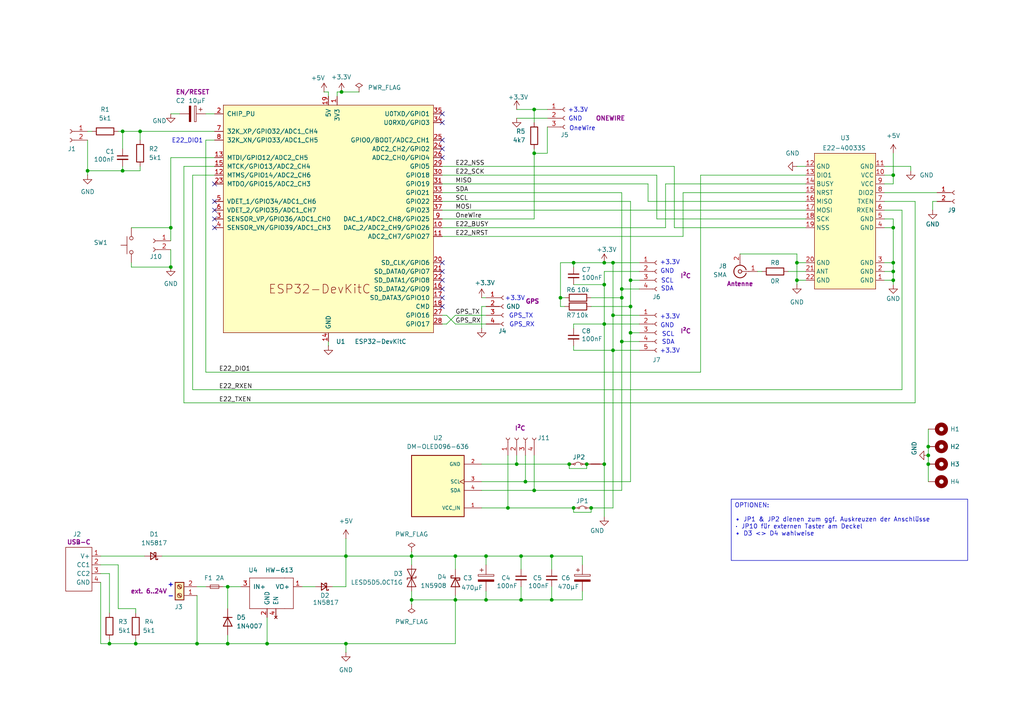
<source format=kicad_sch>
(kicad_sch (version 20231120) (generator "eeschema") (generator_version "8.0")
  (paper "A4")
  (title_block (title "ESP32 - E22 Board") (date "2024-11-05") (rev "V2.1.2") (company "OE3WAS"))
  (lib_symbols
    (symbol "Connector:Conn_01x02_Socket" (pin_names (offset 1.016) hide)
      (property "Reference" "J" (at 0 2.54 0))
      (property "Value" "Conn_01x02_Socket" (at 0 -5.08 0))
      (symbol "Conn_01x02_Socket_1_1"
        (pin passive line (at -5.08 0 0) (length 3.81) (name "Pin_1") (number "1"))
        (pin passive line (at -5.08 -2.54 0) (length 3.81) (name "Pin_2") (number "2"))
      )
    )
    (symbol "Connector:Conn_01x03_Socket" (pin_names (offset 1.016) hide)
      (property "Reference" "J" (at 0 5.08 0))
      (property "Value" "Conn_01x03_Socket" (at 0 -5.08 0))
      (symbol "Conn_01x03_Socket_1_1"
        (pin passive line (at -5.08 2.54 0) (length 3.81) (name "Pin_1") (number "1"))
        (pin passive line (at -5.08 0 0) (length 3.81) (name "Pin_2") (number "2"))
        (pin passive line (at -5.08 -2.54 0) (length 3.81) (name "Pin_3") (number "3"))
      )
    )
    (symbol "Connector:Conn_01x04_Socket" (pin_names (offset 1.016) hide)
      (property "Reference" "J" (at 0 5.08 0))
      (property "Value" "Conn_01x04_Socket" (at 0 -7.62 0))
      (symbol "Conn_01x04_Socket_1_1"
        (pin passive line (at -5.08 2.54 0) (length 3.81) (name "Pin_1") (number "1"))
        (pin passive line (at -5.08 0 0) (length 3.81) (name "Pin_2") (number "2"))
        (pin passive line (at -5.08 -2.54 0) (length 3.81) (name "Pin_3") (number "3"))
        (pin passive line (at -5.08 -5.08 0) (length 3.81) (name "Pin_4") (number "4"))
      )
    )
    (symbol "Connector:Conn_01x05_Socket" (pin_names (offset 1.016) hide)
      (property "Reference" "J" (at 0 7.62 0))
      (property "Value" "Conn_01x05_Socket" (at 0 -7.62 0))
      (symbol "Conn_01x05_Socket_1_1"
        (pin passive line (at -5.08 5.08 0) (length 3.81) (name "Pin_1") (number "1"))
        (pin passive line (at -5.08 2.54 0) (length 3.81) (name "Pin_2") (number "2"))
        (pin passive line (at -5.08 0 0) (length 3.81) (name "Pin_3") (number "3"))
        (pin passive line (at -5.08 -2.54 0) (length 3.81) (name "Pin_4") (number "4"))
        (pin passive line (at -5.08 -5.08 0) (length 3.81) (name "Pin_5") (number "5"))
      )
    )
    (symbol "Connector:Conn_Coaxial" (pin_names (offset 1.016) hide)
      (property "Reference" "J" (at 0.254 3.048 0))
      (property "Value" "Conn_Coaxial" (at 2.921 0 90))
      (symbol "Conn_Coaxial_1_1"
        (pin passive line (at -5.08 0 0) (length 2.54) (name "In") (number "1"))
        (pin passive line (at 0 -5.08 90) (length 2.54) (name "Ext") (number "2"))
      )
    )
    (symbol "Connector:Screw_Terminal_01x02" (pin_names (offset 1.016) hide)
      (property "Reference" "J" (at 0 2.54 0))
      (property "Value" "Screw_Terminal_01x02" (at 0 -5.08 0))
      (symbol "Screw_Terminal_01x02_1_1"
        (pin passive line (at -5.08 0 0) (length 3.81) (name "Pin_1") (number "1"))
        (pin passive line (at -5.08 -2.54 0) (length 3.81) (name "Pin_2") (number "2"))
      )
    )
    (symbol "DM-OLED096-636:DM-OLED096-636" (pin_names (offset 1.016))
      (property "Reference" "U" (at -7.62 10.922 0))
      (property "Value" "DM-OLED096-636" (at -7.62 -10.16 0))
      (symbol "DM-OLED096-636_0_0"
        (pin input clock (at 12.7 2.54 180) (length 5.08) (name "SCL") (number "3"))
        (pin bidirectional line (at 12.7 0 180) (length 5.08) (name "SDA") (number "4"))
      )
      (symbol "DM-OLED096-636_1_0"
        (pin input line (at 12.7 -5.08 180) (length 5.08) (name "VCC_IN") (number "1"))
        (pin input line (at 12.7 7.62 180) (length 5.08) (name "GND") (number "2"))
      )
    )
    (symbol "Device:C_Polarized" (pin_numbers hide) (pin_names (offset 0.254))
      (property "Reference" "C" (at 0.635 2.54 0))
      (property "Value" "C_Polarized" (at 0.635 -2.54 0))
      (symbol "C_Polarized_1_1"
        (pin passive line (at 0 3.81 270) (length 2.794) (name "~") (number "1"))
        (pin passive line (at 0 -3.81 90) (length 2.794) (name "~") (number "2"))
      )
    )
    (symbol "Device:C_Small" (pin_numbers hide) (pin_names (offset 0.254) hide)
      (property "Reference" "C" (at 0.254 1.778 0))
      (property "Value" "C_Small" (at 0.254 -2.032 0))
      (symbol "C_Small_1_1"
        (pin passive line (at 0 2.54 270) (length 2.032) (name "~") (number "1"))
        (pin passive line (at 0 -2.54 90) (length 2.032) (name "~") (number "2"))
      )
    )
    (symbol "Device:D_Schottky_Small" (pin_numbers hide) (pin_names (offset 0.254) hide)
      (property "Reference" "D" (at -1.27 2.032 0))
      (property "Value" "D_Schottky_Small" (at -7.112 -2.032 0))
      (symbol "D_Schottky_Small_1_1"
        (pin passive line (at -2.54 0 0) (length 1.778) (name "K") (number "1"))
        (pin passive line (at 2.54 0 180) (length 1.778) (name "A") (number "2"))
      )
    )
    (symbol "Device:Fuse_Small" (pin_numbers hide) (pin_names (offset 0.254) hide)
      (property "Reference" "F" (at 0 -1.524 0))
      (property "Value" "Fuse_Small" (at 0 1.524 0))
      (symbol "Fuse_Small_1_1"
        (pin passive line (at -2.54 0 0) (length 1.27) (name "~") (number "1"))
        (pin passive line (at 2.54 0 180) (length 1.27) (name "~") (number "2"))
      )
    )
    (symbol "Device:R" (pin_numbers hide) (pin_names (offset 0))
      (property "Reference" "R" (at 2.032 0 90))
      (property "Value" "R" (at 0 0 90))
      (symbol "R_1_1"
        (pin passive line (at 0 3.81 270) (length 1.27) (name "~") (number "1"))
        (pin passive line (at 0 -3.81 90) (length 1.27) (name "~") (number "2"))
      )
    )
    (symbol "Diode:1N4004" (pin_numbers hide) (pin_names hide)
      (property "Reference" "D" (at 0 2.54 0))
      (property "Value" "1N4004" (at 0 -2.54 0))
      (symbol "1N4004_1_1"
        (pin passive line (at -3.81 0 0) (length 2.54) (name "K") (number "1"))
        (pin passive line (at 3.81 0 180) (length 2.54) (name "A") (number "2"))
      )
    )
    (symbol "Diode:1N5820" (pin_numbers hide) (pin_names (offset 1.016) hide)
      (property "Reference" "D" (at 0 2.54 0))
      (property "Value" "1N5820" (at 0 -2.54 0))
      (symbol "1N5820_1_1"
        (pin passive line (at -3.81 0 0) (length 2.54) (name "K") (number "1"))
        (pin passive line (at 3.81 0 180) (length 2.54) (name "A") (number "2"))
      )
    )
    (symbol "Diode:SD05_SOD323" (pin_numbers hide) (pin_names (offset 1.016) hide)
      (property "Reference" "D" (at 0 2.54 0))
      (property "Value" "SD05_SOD323" (at 0 -2.54 0))
      (symbol "SD05_SOD323_1_1"
        (pin passive line (at -3.81 0 0) (length 2.54) (name "A1") (number "1"))
        (pin passive line (at 3.81 0 180) (length 2.54) (name "A2") (number "2"))
      )
    )
    (symbol "E22:E22_400M33S"
      (property "Value" "~" (at 0 0 0))
      (property "Footprint" "footprints_local:E22-400M33S" (at 8.89 1.905 0))
      (symbol "E22_400M33S_1_1"
        (pin power_in line (at 20.32 -36.83 180) (length 2.54) (name "GND") (number "1"))
        (pin power_in line (at 20.32 -6.35 180) (length 2.54) (name "VCC") (number "10"))
        (pin power_in line (at 20.32 -3.81 180) (length 2.54) (name "GND") (number "11"))
        (pin power_in line (at -2.54 -3.81 0) (length 2.54) (name "GND") (number "12"))
        (pin bidirectional line (at -2.54 -6.35 0) (length 2.54) (name "DIO1") (number "13"))
        (pin output line (at -2.54 -8.89 0) (length 2.54) (name "BUSY") (number "14"))
        (pin input line (at -2.54 -11.43 0) (length 2.54) (name "NRST") (number "15"))
        (pin output line (at -2.54 -13.97 0) (length 2.54) (name "MISO") (number "16"))
        (pin input line (at -2.54 -16.51 0) (length 2.54) (name "MOSI") (number "17"))
        (pin input line (at -2.54 -19.05 0) (length 2.54) (name "SCK") (number "18"))
        (pin input line (at -2.54 -21.59 0) (length 2.54) (name "NSS") (number "19"))
        (pin power_in line (at 20.32 -34.29 180) (length 2.54) (name "GND") (number "2"))
        (pin power_in line (at -2.54 -31.75 0) (length 2.54) (name "GND") (number "20"))
        (pin bidirectional line (at -2.54 -34.29 0) (length 2.54) (name "ANT") (number "21"))
        (pin power_in line (at -2.54 -36.83 0) (length 2.54) (name "GND") (number "22"))
        (pin power_in line (at 20.32 -31.75 180) (length 2.54) (name "GND") (number "3"))
        (pin power_in line (at 20.32 -21.59 180) (length 2.54) (name "GND") (number "4"))
        (pin power_in line (at 20.32 -19.05 180) (length 2.54) (name "GND") (number "5"))
        (pin input line (at 20.32 -16.51 180) (length 2.54) (name "RXEN") (number "6"))
        (pin input line (at 20.32 -13.97 180) (length 2.54) (name "TXEN") (number "7"))
        (pin bidirectional line (at 20.32 -11.43 180) (length 2.54) (name "DIO2") (number "8"))
        (pin power_in line (at 20.32 -8.89 180) (length 2.54) (name "VCC") (number "9"))
      )
    )
    (symbol "ESP32:ESP32-DevKitC" (pin_names (offset 1.016))
      (property "Reference" "U" (at -30.48 38.1 0))
      (property "Value" "ESP32-DevKitC" (at -30.48 35.56 0))
      (symbol "ESP32-DevKitC_0_0"
        (text "ESP32-DevKitC" (at -2.54 -20.32 0) (effects (font (size 2.54 2.54))))
        (pin power_in line (at 0 -35.56 90) (length 2.54) (name "GND") (number "14"))
        (pin power_in line (at 0 35.56 270) (length 2.54) (name "5V") (number "19"))
      )
      (symbol "ESP32-DevKitC_1_1"
        (pin power_in line (at 2.54 35.56 270) (length 2.54) (name "3V3") (number "1"))
        (pin bidirectional line (at 33.02 -2.54 180) (length 2.54) (name "DAC_2/ADC2_CH9/GPIO26") (number "10"))
        (pin bidirectional line (at 33.02 -5.08 180) (length 2.54) (name "ADC2_CH7/GPIO27") (number "11"))
        (pin bidirectional line (at -33.02 12.7 0) (length 2.54) (name "MTMS/GPIO14/ADC2_CH6") (number "12"))
        (pin bidirectional line (at -33.02 17.78 0) (length 2.54) (name "MTDI/GPIO12/ADC2_CH5") (number "13"))
        (pin bidirectional line (at -33.02 15.24 0) (length 2.54) (name "MTCK/GPIO13/ADC2_CH4") (number "15"))
        (pin bidirectional line (at 33.02 -20.32 180) (length 2.54) (name "SD_DATA2/GPIO9") (number "16"))
        (pin bidirectional line (at 33.02 -22.86 180) (length 2.54) (name "SD_DATA3/GPIO10") (number "17"))
        (pin bidirectional line (at 33.02 -25.4 180) (length 2.54) (name "CMD") (number "18"))
        (pin input line (at -33.02 30.48 0) (length 2.54) (name "CHIP_PU") (number "2"))
        (pin bidirectional line (at 33.02 -12.7 180) (length 2.54) (name "SD_CLK/GPIO6") (number "20"))
        (pin bidirectional line (at 33.02 -15.24 180) (length 2.54) (name "SD_DATA0/GPIO7") (number "21"))
        (pin bidirectional line (at 33.02 -17.78 180) (length 2.54) (name "SD_DATA1/GPIO8") (number "22"))
        (pin bidirectional line (at -33.02 10.16 0) (length 2.54) (name "MTDO/GPIO15/ADC2_CH3") (number "23"))
        (pin bidirectional line (at 33.02 20.32 180) (length 2.54) (name "ADC2_CH2/GPIO2") (number "24"))
        (pin bidirectional line (at 33.02 22.86 180) (length 2.54) (name "GPIO0/BOOT/ADC2_CH1") (number "25"))
        (pin bidirectional line (at 33.02 17.78 180) (length 2.54) (name "ADC2_CH0/GPIO4") (number "26"))
        (pin bidirectional line (at 33.02 -27.94 180) (length 2.54) (name "GPIO16") (number "27"))
        (pin bidirectional line (at 33.02 -30.48 180) (length 2.54) (name "GPIO17") (number "28"))
        (pin bidirectional line (at 33.02 15.24 180) (length 2.54) (name "GPIO5") (number "29"))
        (pin input line (at -33.02 0 0) (length 2.54) (name "SENSOR_VP/GPIO36/ADC1_CH0") (number "3"))
        (pin bidirectional line (at 33.02 12.7 180) (length 2.54) (name "GPIO18") (number "30"))
        (pin bidirectional line (at 33.02 10.16 180) (length 2.54) (name "GPIO19") (number "31"))
        (pin passive line (at 0 -35.56 90) (length 2.54) hide (name "GND") (number "32"))
        (pin bidirectional line (at 33.02 7.62 180) (length 2.54) (name "GPIO21") (number "33"))
        (pin bidirectional line (at 33.02 27.94 180) (length 2.54) (name "U0RXD/GPIO3") (number "34"))
        (pin bidirectional line (at 33.02 30.48 180) (length 2.54) (name "U0TXD/GPIO1") (number "35"))
        (pin bidirectional line (at 33.02 5.08 180) (length 2.54) (name "GPIO22") (number "36"))
        (pin bidirectional line (at 33.02 2.54 180) (length 2.54) (name "GPIO23") (number "37"))
        (pin passive line (at 0 -35.56 90) (length 2.54) hide (name "GND") (number "38"))
        (pin input line (at -33.02 -2.54 0) (length 2.54) (name "SENSOR_VN/GPIO39/ADC1_CH3") (number "4"))
        (pin input line (at -33.02 5.08 0) (length 2.54) (name "VDET_1/GPIO34/ADC1_CH6") (number "5"))
        (pin input line (at -33.02 2.54 0) (length 2.54) (name "VDET_2/GPIO35/ADC1_CH7") (number "6"))
        (pin bidirectional line (at -33.02 25.4 0) (length 2.54) (name "32K_XP/GPIO32/ADC1_CH4") (number "7"))
        (pin bidirectional line (at -33.02 22.86 0) (length 2.54) (name "32K_XN/GPIO33/ADC1_CH5") (number "8"))
        (pin bidirectional line (at 33.02 0 180) (length 2.54) (name "DAC_1/ADC2_CH8/GPIO25") (number "9"))
      )
    )
    (symbol "HW-613:Mini_DC-DC_12-24V_adjustable" (pin_names (offset 1.016))
      (property "Reference" "U" (at 0 -1.27 0))
      (property "Value" "Mini_DC-DC_12-24V_adjustable" (at 2.54 -3.81 0))
      (symbol "Mini_DC-DC_12-24V_adjustable_1_1"
        (pin power_out line (at 8.89 -7.62 180) (length 2.54) (name "VO+") (number "1"))
        (pin power_in line (at -1.27 -16.51 90) (length 2.54) (name "GND") (number "2"))
        (pin power_in line (at -8.89 -7.62 0) (length 2.54) (name "IN+") (number "3"))
        (pin no_connect line (at 1.27 -16.51 90) (length 2.54) (name "EN") (number "4"))
      )
    )
    (symbol "Jumper:Jumper_2_Small_Bridged" (pin_numbers hide) (pin_names (offset 0) hide) (exclude_from_sim yes)
      (property "Reference" "JP" (at 0 2.032 0))
      (property "Value" "Jumper_2_Small_Bridged" (at 0 -2.286 0))
      (symbol "Jumper_2_Small_Bridged_1_1"
        (pin passive line (at -2.54 0 0) (length 1.27) (name "A") (number "1"))
        (pin passive line (at 2.54 0 180) (length 1.27) (name "B") (number "2"))
      )
    )
    (symbol "Mechanical:MountingHole_Pad" (pin_numbers hide) (pin_names (offset 1.016) hide) (exclude_from_sim yes) (in_bom no)
      (property "Reference" "H" (at 0 6.35 0))
      (property "Value" "MountingHole_Pad" (at 0 4.445 0))
      (symbol "MountingHole_Pad_1_1"
        (pin input line (at 0 -2.54 90) (length 2.54) (name "1") (number "1"))
      )
    )
    (symbol "NetTie:NetTie_2" (pin_numbers hide) (pin_names (offset 0) hide) (in_bom no)
      (property "Reference" "NT" (at 0 1.27 0))
      (property "Value" "NetTie_2" (at 0 -1.27 0))
      (symbol "NetTie_2_1_1"
        (pin passive line (at -2.54 0 0) (length 2.54) (name "1") (number "1"))
        (pin passive line (at 2.54 0 180) (length 2.54) (name "2") (number "2"))
      )
    )
    (symbol "Switch:SW_Push" (pin_numbers hide) (pin_names (offset 1.016) hide)
      (property "Reference" "SW" (at 1.27 2.54 0))
      (property "Value" "SW_Push" (at 0 -1.524 0))
      (symbol "SW_Push_0_1"
        (pin passive line (at -5.08 0 0) (length 2.54) (name "1") (number "1"))
        (pin passive line (at 5.08 0 180) (length 2.54) (name "2") (number "2"))
      )
    )
    (symbol "USB-C:USB-C_vert"
      (property "Reference" "J" (at 1.016 -1.27 0))
      (symbol "USB-C_vert_1_1"
        (pin output line (at 10.16 10.16 180) (length 2.54) (name "V+") (number "1"))
        (pin passive line (at 10.16 7.62 180) (length 2.54) (name "CC1") (number "2"))
        (pin passive line (at 10.16 5.08 180) (length 2.54) (name "CC2") (number "3"))
        (pin power_in line (at 10.16 2.54 180) (length 2.54) (name "GND") (number "4"))
      )
    )
    (symbol "power:+3.3V" (power) (pin_numbers hide) (pin_names (offset 0) hide)
      (property "Value" "+3.3V" (at 0 3.556 0))
      (symbol "+3.3V_1_1"
        (pin power_in line (at 0 0 90) (length 0) (name "~") (number "1"))
      )
    )
    (symbol "power:+5V" (power) (pin_numbers hide) (pin_names (offset 0) hide)
      (property "Value" "+5V" (at 0 3.556 0))
      (symbol "+5V_1_1"
        (pin power_in line (at 0 0 90) (length 0) (name "~") (number "1"))
      )
    )
    (symbol "power:GND" (power) (pin_numbers hide) (pin_names (offset 0) hide)
      (property "Value" "GND" (at 0 -3.81 0))
      (symbol "GND_1_1"
        (pin power_in line (at 0 0 270) (length 0) (name "~") (number "1"))
      )
    )
    (symbol "power:PWR_FLAG" (power) (pin_numbers hide) (pin_names (offset 0) hide)
      (property "Value" "PWR_FLAG" (at 0 3.81 0))
      (symbol "PWR_FLAG_0_0"
        (pin power_out line (at 0 0 90) (length 0) (name "~") (number "1"))
      )
    )
  )
  (junction (at 166.37 76.2))
  (junction (at 171.45 147.32))
  (junction (at 31.75 186.69))
  (junction (at 57.15 186.69))
  (junction (at 151.13 161.29))
  (junction (at 182.88 96.52))
  (junction (at 269.24 129.54))
  (junction (at 100.33 161.29))
  (junction (at 149.86 134.62))
  (junction (at 175.26 134.62))
  (junction (at 132.08 161.29))
  (junction (at 140.97 161.29))
  (junction (at 147.32 147.32))
  (junction (at 165.1 134.62))
  (junction (at 180.34 99.06))
  (junction (at 35.56 49.53))
  (junction (at 160.02 173.99))
  (junction (at 180.34 83.82))
  (junction (at 182.88 81.28))
  (junction (at 259.08 50.8))
  (junction (at 154.94 44.45))
  (junction (at 151.13 173.99))
  (junction (at 177.8 91.44))
  (junction (at 154.94 142.24))
  (junction (at 259.08 76.2))
  (junction (at 231.14 81.28))
  (junction (at 175.26 76.2))
  (junction (at 132.08 173.99))
  (junction (at 177.8 76.2))
  (junction (at 119.38 161.29))
  (junction (at 140.97 173.99))
  (junction (at 66.04 186.69))
  (junction (at 49.53 77.47))
  (junction (at 77.47 186.69))
  (junction (at 162.56 86.36))
  (junction (at 39.37 186.69))
  (junction (at 170.18 134.62))
  (junction (at 152.4 139.7))
  (junction (at 160.02 161.29))
  (junction (at 35.56 38.1))
  (junction (at 259.08 78.74))
  (junction (at 182.88 88.9))
  (junction (at 259.08 81.28))
  (junction (at 177.8 101.6))
  (junction (at 66.04 170.18))
  (junction (at 25.4 49.53))
  (junction (at 175.26 93.98))
  (junction (at 99.06 26.67))
  (junction (at 119.38 173.99))
  (junction (at 166.37 147.32))
  (junction (at 259.08 66.04))
  (junction (at 231.14 76.2))
  (junction (at 154.94 31.75))
  (junction (at 175.26 82.55))
  (junction (at 269.24 134.62))
  (junction (at 49.53 66.04))
  (junction (at 40.64 38.1))
  (junction (at 180.34 86.36))
  (junction (at 269.24 132.08))
  (junction (at 100.33 186.69))
  (no_connect (at 128.27 83.82))
  (no_connect (at 128.27 33.02))
  (no_connect (at 62.23 53.34))
  (no_connect (at 128.27 78.74))
  (no_connect (at 128.27 81.28))
  (no_connect (at 62.23 63.5))
  (no_connect (at 62.23 66.04))
  (no_connect (at 128.27 43.18))
  (no_connect (at 62.23 58.42))
  (no_connect (at 128.27 35.56))
  (no_connect (at 128.27 45.72))
  (no_connect (at 128.27 88.9))
  (no_connect (at 128.27 40.64))
  (no_connect (at 128.27 76.2))
  (no_connect (at 128.27 86.36))
  (no_connect (at 62.23 60.96))
  (wire (pts (xy 40.64 38.1) (xy 62.23 38.1)))
  (wire (pts (xy 170.18 134.62) (xy 170.18 135.89)))
  (wire (pts (xy 166.37 93.98) (xy 175.26 93.98)))
  (wire (pts (xy 166.37 76.2) (xy 166.37 77.47)))
  (wire (pts (xy 171.45 88.9) (xy 182.88 88.9)))
  (wire (pts (xy 35.56 49.53) (xy 40.64 49.53)))
  (wire (pts (xy 66.04 184.15) (xy 66.04 186.69)))
  (wire (pts (xy 160.02 170.18) (xy 160.02 173.99)))
  (wire (pts (xy 175.26 82.55) (xy 175.26 93.98)))
  (wire (pts (xy 49.53 45.72) (xy 62.23 45.72)))
  (wire (pts (xy 233.68 81.28) (xy 231.14 81.28)))
  (wire (pts (xy 177.8 101.6) (xy 177.8 147.32)))
  (wire (pts (xy 151.13 170.18) (xy 151.13 173.99)))
  (wire (pts (xy 59.69 33.02) (xy 62.23 33.02)))
  (wire (pts (xy 259.08 53.34) (xy 259.08 50.8)))
  (wire (pts (xy 128.27 55.88) (xy 180.34 55.88)))
  (wire (pts (xy 259.08 50.8) (xy 259.08 44.45)))
  (wire (pts (xy 53.34 116.84) (xy 265.43 116.84)))
  (wire (pts (xy 46.99 161.29) (xy 100.33 161.29)))
  (wire (pts (xy 119.38 161.29) (xy 119.38 163.83)))
  (wire (pts (xy 162.56 88.9) (xy 163.83 88.9)))
  (wire (pts (xy 77.47 186.69) (xy 100.33 186.69)))
  (wire (pts (xy 49.53 66.04) (xy 38.1 66.04)))
  (wire (pts (xy 198.12 55.88) (xy 198.12 68.58)))
  (wire (pts (xy 259.08 82.55) (xy 259.08 81.28)))
  (wire (pts (xy 180.34 99.06) (xy 180.34 142.24)))
  (wire (pts (xy 166.37 76.2) (xy 175.26 76.2)))
  (wire (pts (xy 59.69 107.95) (xy 203.2 107.95)))
  (wire (pts (xy 158.75 36.83) (xy 158.75 44.45)))
  (wire (pts (xy 129.54 93.98) (xy 132.08 91.44)))
  (wire (pts (xy 269.24 134.62) (xy 269.24 139.7)))
  (wire (pts (xy 180.34 55.88) (xy 180.34 83.82)))
  (wire (pts (xy 149.86 132.08) (xy 149.86 134.62)))
  (wire (pts (xy 55.88 50.8) (xy 55.88 113.03)))
  (wire (pts (xy 139.7 88.9) (xy 139.7 95.25)))
  (wire (pts (xy 31.75 166.37) (xy 31.75 177.8)))
  (wire (pts (xy 171.45 148.59) (xy 171.45 147.32)))
  (wire (pts (xy 87.63 170.18) (xy 91.44 170.18)))
  (wire (pts (xy 31.75 186.69) (xy 39.37 186.69)))
  (wire (pts (xy 49.53 33.02) (xy 52.07 33.02)))
  (wire (pts (xy 25.4 49.53) (xy 35.56 49.53)))
  (wire (pts (xy 198.12 55.88) (xy 233.68 55.88)))
  (wire (pts (xy 256.54 48.26) (xy 264.16 48.26)))
  (wire (pts (xy 119.38 161.29) (xy 132.08 161.29)))
  (wire (pts (xy 154.94 44.45) (xy 154.94 43.18)))
  (wire (pts (xy 128.27 50.8) (xy 190.5 50.8)))
  (wire (pts (xy 29.21 166.37) (xy 31.75 166.37)))
  (wire (pts (xy 119.38 173.99) (xy 132.08 173.99)))
  (wire (pts (xy 132.08 172.72) (xy 132.08 173.99)))
  (wire (pts (xy 162.56 86.36) (xy 163.83 86.36)))
  (wire (pts (xy 259.08 81.28) (xy 259.08 78.74)))
  (wire (pts (xy 128.27 63.5) (xy 154.94 63.5)))
  (wire (pts (xy 256.54 53.34) (xy 259.08 53.34)))
  (wire (pts (xy 129.54 91.44) (xy 132.08 93.98)))
  (wire (pts (xy 140.97 171.45) (xy 140.97 173.99)))
  (wire (pts (xy 180.34 99.06) (xy 185.42 99.06)))
  (wire (pts (xy 180.34 86.36) (xy 180.34 99.06)))
  (wire (pts (xy 38.1 76.2) (xy 38.1 77.47)))
  (wire (pts (xy 97.79 26.67) (xy 97.79 27.94)))
  (wire (pts (xy 119.38 160.02) (xy 119.38 161.29)))
  (wire (pts (xy 140.97 161.29) (xy 151.13 161.29)))
  (wire (pts (xy 99.06 26.67) (xy 104.14 26.67)))
  (wire (pts (xy 149.86 134.62) (xy 165.1 134.62)))
  (wire (pts (xy 29.21 186.69) (xy 31.75 186.69)))
  (wire (pts (xy 259.08 66.04) (xy 259.08 76.2)))
  (wire (pts (xy 100.33 186.69) (xy 100.33 189.23)))
  (wire (pts (xy 165.1 135.89) (xy 170.18 135.89)))
  (wire (pts (xy 49.53 66.04) (xy 49.53 69.85)))
  (wire (pts (xy 119.38 171.45) (xy 119.38 173.99)))
  (wire (pts (xy 62.23 40.64) (xy 59.69 40.64)))
  (wire (pts (xy 162.56 76.2) (xy 166.37 76.2)))
  (wire (pts (xy 34.29 176.53) (xy 39.37 176.53)))
  (wire (pts (xy 62.23 50.8) (xy 55.88 50.8)))
  (wire (pts (xy 270.51 58.42) (xy 270.51 60.96)))
  (wire (pts (xy 256.54 55.88) (xy 271.78 55.88)))
  (wire (pts (xy 175.26 93.98) (xy 185.42 93.98)))
  (wire (pts (xy 177.8 91.44) (xy 177.8 76.2)))
  (wire (pts (xy 177.8 76.2) (xy 185.42 76.2)))
  (wire (pts (xy 180.34 83.82) (xy 180.34 86.36)))
  (wire (pts (xy 128.27 60.96) (xy 233.68 60.96)))
  (wire (pts (xy 233.68 48.26) (xy 231.14 48.26)))
  (wire (pts (xy 132.08 91.44) (xy 140.97 91.44)))
  (wire (pts (xy 139.7 142.24) (xy 154.94 142.24)))
  (wire (pts (xy 128.27 53.34) (xy 187.96 53.34)))
  (wire (pts (xy 259.08 63.5) (xy 259.08 66.04)))
  (wire (pts (xy 162.56 86.36) (xy 162.56 88.9)))
  (wire (pts (xy 95.25 99.06) (xy 95.25 100.33)))
  (wire (pts (xy 269.24 132.08) (xy 269.24 134.62)))
  (wire (pts (xy 151.13 161.29) (xy 160.02 161.29)))
  (wire (pts (xy 269.24 129.54) (xy 269.24 132.08)))
  (wire (pts (xy 77.47 179.07) (xy 77.47 186.69)))
  (wire (pts (xy 175.26 78.74) (xy 175.26 82.55)))
  (wire (pts (xy 57.15 170.18) (xy 59.69 170.18)))
  (wire (pts (xy 203.2 50.8) (xy 233.68 50.8)))
  (wire (pts (xy 95.25 26.67) (xy 95.25 27.94)))
  (wire (pts (xy 31.75 185.42) (xy 31.75 186.69)))
  (wire (pts (xy 100.33 156.21) (xy 100.33 161.29)))
  (wire (pts (xy 100.33 161.29) (xy 100.33 170.18)))
  (wire (pts (xy 228.6 78.74) (xy 233.68 78.74)))
  (wire (pts (xy 190.5 50.8) (xy 190.5 63.5)))
  (wire (pts (xy 166.37 93.98) (xy 166.37 95.25)))
  (wire (pts (xy 128.27 68.58) (xy 198.12 68.58)))
  (wire (pts (xy 154.94 44.45) (xy 154.94 63.5)))
  (wire (pts (xy 256.54 81.28) (xy 259.08 81.28)))
  (wire (pts (xy 160.02 161.29) (xy 160.02 165.1)))
  (wire (pts (xy 160.02 161.29) (xy 168.91 161.29)))
  (wire (pts (xy 34.29 38.1) (xy 35.56 38.1)))
  (wire (pts (xy 261.62 60.96) (xy 261.62 113.03)))
  (wire (pts (xy 29.21 163.83) (xy 34.29 163.83)))
  (wire (pts (xy 128.27 48.26) (xy 195.58 48.26)))
  (wire (pts (xy 147.32 132.08) (xy 147.32 147.32)))
  (wire (pts (xy 139.7 139.7) (xy 152.4 139.7)))
  (wire (pts (xy 129.54 93.98) (xy 128.27 93.98)))
  (wire (pts (xy 25.4 38.1) (xy 26.67 38.1)))
  (wire (pts (xy 149.86 31.75) (xy 154.94 31.75)))
  (wire (pts (xy 55.88 113.03) (xy 261.62 113.03)))
  (wire (pts (xy 39.37 186.69) (xy 57.15 186.69)))
  (wire (pts (xy 182.88 96.52) (xy 185.42 96.52)))
  (wire (pts (xy 256.54 63.5) (xy 259.08 63.5)))
  (wire (pts (xy 99.06 26.67) (xy 97.79 26.67)))
  (wire (pts (xy 259.08 76.2) (xy 259.08 78.74)))
  (wire (pts (xy 40.64 38.1) (xy 40.64 40.64)))
  (wire (pts (xy 177.8 91.44) (xy 185.42 91.44)))
  (wire (pts (xy 182.88 58.42) (xy 182.88 81.28)))
  (wire (pts (xy 140.97 173.99) (xy 151.13 173.99)))
  (wire (pts (xy 214.63 73.66) (xy 231.14 73.66)))
  (wire (pts (xy 175.26 134.62) (xy 175.26 149.86)))
  (wire (pts (xy 168.91 171.45) (xy 168.91 173.99)))
  (wire (pts (xy 57.15 172.72) (xy 57.15 186.69)))
  (wire (pts (xy 151.13 161.29) (xy 151.13 165.1)))
  (wire (pts (xy 177.8 76.2) (xy 175.26 76.2)))
  (wire (pts (xy 29.21 168.91) (xy 29.21 186.69)))
  (wire (pts (xy 132.08 173.99) (xy 140.97 173.99)))
  (wire (pts (xy 256.54 78.74) (xy 259.08 78.74)))
  (wire (pts (xy 177.8 147.32) (xy 171.45 147.32)))
  (wire (pts (xy 66.04 170.18) (xy 69.85 170.18)))
  (wire (pts (xy 219.71 78.74) (xy 220.98 78.74)))
  (wire (pts (xy 256.54 60.96) (xy 261.62 60.96)))
  (wire (pts (xy 165.1 134.62) (xy 165.1 135.89)))
  (wire (pts (xy 29.21 161.29) (xy 41.91 161.29)))
  (wire (pts (xy 154.94 44.45) (xy 158.75 44.45)))
  (wire (pts (xy 128.27 58.42) (xy 182.88 58.42)))
  (wire (pts (xy 34.29 163.83) (xy 34.29 176.53)))
  (wire (pts (xy 149.86 34.29) (xy 158.75 34.29)))
  (wire (pts (xy 100.33 186.69) (xy 132.08 186.69)))
  (wire (pts (xy 100.33 161.29) (xy 119.38 161.29)))
  (wire (pts (xy 177.8 101.6) (xy 185.42 101.6)))
  (wire (pts (xy 190.5 63.5) (xy 233.68 63.5)))
  (wire (pts (xy 66.04 170.18) (xy 66.04 176.53)))
  (wire (pts (xy 25.4 49.53) (xy 25.4 50.8)))
  (wire (pts (xy 270.51 58.42) (xy 271.78 58.42)))
  (wire (pts (xy 166.37 101.6) (xy 166.37 100.33)))
  (wire (pts (xy 256.54 66.04) (xy 259.08 66.04)))
  (wire (pts (xy 132.08 173.99) (xy 132.08 186.69)))
  (wire (pts (xy 128.27 66.04) (xy 193.04 66.04)))
  (wire (pts (xy 38.1 77.47) (xy 49.53 77.47)))
  (wire (pts (xy 39.37 176.53) (xy 39.37 177.8)))
  (wire (pts (xy 140.97 161.29) (xy 140.97 163.83)))
  (wire (pts (xy 264.16 49.53) (xy 264.16 48.26)))
  (wire (pts (xy 256.54 76.2) (xy 259.08 76.2)))
  (wire (pts (xy 187.96 53.34) (xy 187.96 58.42)))
  (wire (pts (xy 39.37 185.42) (xy 39.37 186.69)))
  (wire (pts (xy 166.37 82.55) (xy 175.26 82.55)))
  (wire (pts (xy 182.88 96.52) (xy 182.88 139.7)))
  (wire (pts (xy 93.98 26.67) (xy 95.25 26.67)))
  (wire (pts (xy 256.54 50.8) (xy 259.08 50.8)))
  (wire (pts (xy 132.08 161.29) (xy 132.08 165.1)))
  (wire (pts (xy 129.54 91.44) (xy 128.27 91.44)))
  (wire (pts (xy 35.56 38.1) (xy 40.64 38.1)))
  (wire (pts (xy 154.94 132.08) (xy 154.94 142.24)))
  (wire (pts (xy 203.2 50.8) (xy 203.2 107.95)))
  (wire (pts (xy 193.04 53.34) (xy 193.04 66.04)))
  (wire (pts (xy 57.15 186.69) (xy 66.04 186.69)))
  (wire (pts (xy 193.04 53.34) (xy 233.68 53.34)))
  (wire (pts (xy 66.04 186.69) (xy 77.47 186.69)))
  (wire (pts (xy 265.43 116.84) (xy 265.43 58.42)))
  (wire (pts (xy 62.23 48.26) (xy 53.34 48.26)))
  (wire (pts (xy 231.14 76.2) (xy 231.14 81.28)))
  (wire (pts (xy 64.77 170.18) (xy 66.04 170.18)))
  (wire (pts (xy 231.14 81.28) (xy 231.14 82.55)))
  (wire (pts (xy 152.4 139.7) (xy 182.88 139.7)))
  (wire (pts (xy 269.24 124.46) (xy 269.24 129.54)))
  (wire (pts (xy 139.7 88.9) (xy 140.97 88.9)))
  (wire (pts (xy 175.26 93.98) (xy 175.26 134.62)))
  (wire (pts (xy 59.69 40.64) (xy 59.69 107.95)))
  (wire (pts (xy 180.34 83.82) (xy 185.42 83.82)))
  (wire (pts (xy 35.56 38.1) (xy 35.56 43.18)))
  (wire (pts (xy 40.64 49.53) (xy 40.64 48.26)))
  (wire (pts (xy 182.88 81.28) (xy 185.42 81.28)))
  (wire (pts (xy 166.37 101.6) (xy 177.8 101.6)))
  (wire (pts (xy 233.68 76.2) (xy 231.14 76.2)))
  (wire (pts (xy 182.88 81.28) (xy 182.88 88.9)))
  (wire (pts (xy 187.96 58.42) (xy 233.68 58.42)))
  (wire (pts (xy 171.45 86.36) (xy 180.34 86.36)))
  (wire (pts (xy 182.88 88.9) (xy 182.88 96.52)))
  (wire (pts (xy 53.34 48.26) (xy 53.34 116.84)))
  (wire (pts (xy 152.4 132.08) (xy 152.4 139.7)))
  (wire (pts (xy 139.7 147.32) (xy 147.32 147.32)))
  (wire (pts (xy 139.7 86.36) (xy 140.97 86.36)))
  (wire (pts (xy 162.56 76.2) (xy 162.56 86.36)))
  (wire (pts (xy 35.56 49.53) (xy 35.56 48.26)))
  (wire (pts (xy 231.14 73.66) (xy 231.14 76.2)))
  (wire (pts (xy 177.8 91.44) (xy 177.8 101.6)))
  (wire (pts (xy 195.58 48.26) (xy 195.58 66.04)))
  (wire (pts (xy 166.37 147.32) (xy 166.37 148.59)))
  (wire (pts (xy 132.08 161.29) (xy 140.97 161.29)))
  (wire (pts (xy 195.58 66.04) (xy 233.68 66.04)))
  (wire (pts (xy 160.02 173.99) (xy 168.91 173.99)))
  (wire (pts (xy 25.4 40.64) (xy 25.4 49.53)))
  (wire (pts (xy 119.38 173.99) (xy 119.38 175.26)))
  (wire (pts (xy 151.13 173.99) (xy 160.02 173.99)))
  (wire (pts (xy 256.54 58.42) (xy 265.43 58.42)))
  (wire (pts (xy 168.91 161.29) (xy 168.91 163.83)))
  (wire (pts (xy 49.53 66.04) (xy 49.53 45.72)))
  (wire (pts (xy 166.37 148.59) (xy 171.45 148.59)))
  (wire (pts (xy 154.94 35.56) (xy 154.94 31.75)))
  (wire (pts (xy 96.52 170.18) (xy 100.33 170.18)))
  (wire (pts (xy 132.08 93.98) (xy 140.97 93.98)))
  (wire (pts (xy 154.94 142.24) (xy 180.34 142.24)))
  (wire (pts (xy 154.94 31.75) (xy 158.75 31.75)))
  (wire (pts (xy 49.53 72.39) (xy 49.53 77.47)))
  (wire (pts (xy 175.26 78.74) (xy 185.42 78.74)))
  (wire (pts (xy 147.32 147.32) (xy 166.37 147.32)))
  (wire (pts (xy 139.7 134.62) (xy 149.86 134.62)))
  (text_box "OPTIONEN:\n\n• JP1 & JP2 dienen zum ggf. Auskreuzen der Anschlüsse\n· JP10 für externen Taster am Deckel\n• D3 <> D4 wahlweise\n\n" (exclude_from_sim yes) (at 212.09 144.78 0) (size 68.58 17.78) (effects (font (size 1.27 1.27)) (justify left top)))
  (text "GND" (at 193.548 94.488 0) (effects (font (size 1.27 1.27))))
  (text "SCL" (at 193.548 81.534 0) (effects (font (size 1.27 1.27))))
  (text "GND" (at 193.548 78.74 0) (effects (font (size 1.27 1.27))))
  (text "SCL" (at 193.802 97.028 0) (effects (font (size 1.27 1.27))))
  (text "+3.3V" (at 149.352 86.614 0) (effects (font (size 1.27 1.27))))
  (text "+3.3V" (at 194.31 101.854 0) (effects (font (size 1.27 1.27))))
  (text "GND" (at 166.878 34.544 0) (effects (font (size 1.27 1.27))))
  (text "-" (at 49.53 172.974 0) (effects (font (size 1.27 1.27) (thickness 0.254) (bold yes))))
  (text "GPS_TX" (at 151.13 91.694 0) (effects (font (size 1.27 1.27))))
  (text "OneWire" (at 168.91 37.338 0) (effects (font (size 1.27 1.27))))
  (text "SDA" (at 193.802 99.314 0) (effects (font (size 1.27 1.27))))
  (text "SDA" (at 193.548 83.82 0) (effects (font (size 1.27 1.27))))
  (text "+3.3V" (at 194.31 76.2 0) (effects (font (size 1.27 1.27))))
  (text "+" (at 49.53 169.672 0) (effects (font (size 1.27 1.27) (thickness 0.254) (bold yes))))
  (text "GPS_RX" (at 151.384 94.234 0) (effects (font (size 1.27 1.27))))
  (text "+3.3V" (at 194.31 91.948 0) (effects (font (size 1.27 1.27))))
  (text "E22_DIO1" (at 54.356 40.894 0) (effects (font (size 1.27 1.27))))
  (text "+3.3V" (at 167.64 32.004 0) (effects (font (size 1.27 1.27))))
  (label "E22_NRST" (at 132.08 68.58 0))
  (label "SCL" (at 132.08 58.42 0))
  (label "E22_BUSY" (at 132.08 66.04 0))
  (label "GPS_TX" (at 132.08 91.44 0))
  (label "E22_SCK" (at 132.08 50.8 0))
  (label "E22_RXEN" (at 63.5 113.03 0))
  (label "E22_DIO1" (at 63.5 107.95 0))
  (label "E22_TXEN" (at 63.5 116.84 0))
  (label "GPS_RX" (at 132.08 93.98 0))
  (label "MISO" (at 132.08 53.34 0))
  (label "SDA" (at 132.08 55.88 0))
  (label "MOSI" (at 132.08 60.96 0))
  (label "E22_NSS" (at 132.08 48.26 0))
  (label "OneWire" (at 132.08 63.5 0))
  (symbol (lib_id "Device:R") (at 30.48 38.1 90) (unit 1)
    (property "Reference" "R1" (at 30.48 31.75 90))
    (property "Value" "5k1" (at 30.48 34.29 90))
    (property "Footprint" "Resistor_THT:R_Axial_DIN0207_L6.3mm_D2.5mm_P7.62mm_Horizontal" (effects (hide yes)))
    (property "Description" "Resistor" (effects (hide yes)))
  )
  (symbol (lib_id "Device:D_Schottky_Small") (at 93.98 170.18 180) (unit 1)
    (property "Reference" "D2" (at 94.234 172.72 0))
    (property "Value" "1N5817" (at 94.488 174.752 0))
    (property "Footprint" "Diode_THT:D_DO-41_SOD81_P7.62mm_Horizontal" (effects (hide yes)))
    (property "Description" "Schottky diode, small symbol" (effects (hide yes)))
  )
  (symbol (lib_id "Diode:1N5820") (at 132.08 168.91 90) (mirror x) (unit 1)
    (property "Reference" "D4" (at 129.54 167.3224 90) (effects (justify left)))
    (property "Value" "1N5908" (at 129.54 169.8624 90) (effects (justify left)))
    (property "Footprint" "Diode_THT:D_DO-201_P12.70mm_Horizontal" (effects (hide yes)))
  )
  (symbol (lib_id "Connector:Conn_01x05_Socket") (at 190.5 96.52 0) (unit 1)
    (property "Reference" "J7" (at 189.23 104.394 0) (effects (justify left)))
    (property "Value" "Conn_01x05_Socket" (effects (hide yes)))
    (property "Footprint" "Connector_PinSocket_2.54mm:PinSocket_1x05_P2.54mm_Vertical" (effects (hide yes)))
    (property "Description" "Generic connector, single row, 01x05, script generated" (effects (hide yes)))
    (property "Function" "I²C" (at 198.882 96.012 0) (effects (font (thickness 0.254) (bold yes))))
  )
  (symbol (lib_id "power:GND") (at 270.51 60.96 0) (unit 1)
    (property "Reference" "#PWR020" (effects (hide yes)))
    (property "Value" "GND" (at 268.478 65.024 0) (effects (justify left)))
    (property "Description" "Power symbol creates a global label with name \"GND\" , ground" (effects (hide yes)))
  )
  (symbol (lib_id "Mechanical:MountingHole_Pad") (at 271.78 134.62 270) (unit 1) (exclude_from_sim yes) (in_bom no)
    (property "Reference" "H3" (at 275.59 134.62 90) (effects (justify left)))
    (property "Value" "MountingHole_Pad" (effects (hide yes)))
    (property "Footprint" "MountingHole:MountingHole_2.2mm_M2_Pad_TopBottom" (effects (hide yes)))
    (property "Description" "Mounting Hole with connection" (effects (hide yes)))
  )
  (symbol (lib_id "Device:C_Small") (at 166.37 97.79 0) (unit 1)
    (property "Reference" "C8" (at 168.656 96.012 0) (effects (justify left)))
    (property "Value" "100nF" (at 168.656 98.298 0) (effects (justify left)))
    (property "Footprint" "Capacitor_THT:C_Disc_D4.7mm_W2.5mm_P5.00mm" (effects (hide yes)))
    (property "Description" "Unpolarized capacitor, small symbol" (effects (hide yes)))
  )
  (symbol (lib_id "power:+3.3V") (at 139.7 86.36 0) (unit 1)
    (property "Reference" "#PWR09" (effects (hide yes)))
    (property "Value" "+3.3V" (at 137.668 82.042 0) (effects (justify left)))
    (property "Description" "Power symbol creates a global label with name \"+3.3V\"" (effects (hide yes)))
  )
  (symbol (lib_id "power:GND") (at 49.53 33.02 0) (unit 1)
    (property "Reference" "#PWR02" (effects (hide yes)))
    (property "Value" "GND" (at 44.196 35.052 0) (effects (justify left)))
    (property "Description" "Power symbol creates a global label with name \"GND\" , ground" (effects (hide yes)))
  )
  (symbol (lib_id "power:PWR_FLAG") (at 104.14 26.67 0) (unit 1)
    (property "Reference" "#FLG03" (effects (hide yes)))
    (property "Value" "PWR_FLAG" (at 106.68 25.3999 0) (effects (justify left)))
    (property "Description" "Special symbol for telling ERC where power comes from" (effects (hide yes)))
  )
  (symbol (lib_id "Device:R") (at 167.64 86.36 90) (mirror x) (unit 1)
    (property "Reference" "R6" (at 165.608 84.074 90))
    (property "Value" "10k" (at 169.164 84.074 90))
    (property "Footprint" "Resistor_THT:R_Axial_DIN0207_L6.3mm_D2.5mm_P7.62mm_Horizontal" (effects (hide yes)))
    (property "Description" "Resistor" (effects (hide yes)))
  )
  (symbol (lib_id "Device:R") (at 224.79 78.74 90) (unit 1)
    (property "Reference" "R8" (at 224.79 76.2 90))
    (property "Value" "0R" (at 224.79 81.534 90))
    (property "Footprint" "Resistor_SMD:R_0805_2012Metric" (effects (hide yes)))
    (property "Description" "Resistor" (effects (hide yes)))
  )
  (symbol (lib_id "ESP32:ESP32-DevKitC") (at 95.25 63.5 0) (unit 1)
    (property "Reference" "U1" (at 97.4441 99.06 0) (effects (justify left)))
    (property "Value" "ESP32-DevKitC" (at 102.87 99.06 0) (effects (justify left)))
    (property "Footprint" "footprints_local:ESP32-DevKitC" (effects (hide yes)))
    (property "Datasheet" "https://docs.espressif.com/projects/esp-idf/zh_CN/latest/esp32/hw-reference/esp32/get-started-devkitc.html" (effects (hide yes)))
    (property "Description" "Development Kit" (effects (hide yes)))
  )
  (symbol (lib_id "Device:R") (at 31.75 181.61 0) (unit 1)
    (property "Reference" "R3" (at 34.29 180.3399 0) (effects (justify left)))
    (property "Value" "5k1" (at 34.29 182.8799 0) (effects (justify left)))
    (property "Footprint" "Resistor_THT:R_Axial_DIN0207_L6.3mm_D2.5mm_P7.62mm_Horizontal" (effects (hide yes)))
    (property "Description" "Resistor" (effects (hide yes)))
  )
  (symbol (lib_id "power:+5V") (at 100.33 156.21 0) (unit 1)
    (property "Reference" "#PWR04" (effects (hide yes)))
    (property "Value" "+5V" (at 100.33 151.13 0))
    (property "Description" "Power symbol creates a global label with name \"+5V\"" (effects (hide yes)))
  )
  (symbol (lib_id "power:PWR_FLAG") (at 119.38 175.26 180) (unit 1)
    (property "Reference" "#FLG02" (effects (hide yes)))
    (property "Value" "PWR_FLAG" (at 119.38 180.34 0))
    (property "Description" "Special symbol for telling ERC where power comes from" (effects (hide yes)))
  )
  (symbol (lib_id "Mechanical:MountingHole_Pad") (at 271.78 139.7 270) (unit 1) (exclude_from_sim yes) (in_bom no)
    (property "Reference" "H4" (at 275.59 139.6999 90) (effects (justify left)))
    (property "Value" "MountingHole_Pad" (effects (hide yes)))
    (property "Footprint" "MountingHole:MountingHole_2.2mm_M2_Pad_TopBottom" (effects (hide yes)))
    (property "Description" "Mounting Hole with connection" (effects (hide yes)))
  )
  (symbol (lib_id "power:+3.3V") (at 99.06 26.67 0) (unit 1)
    (property "Reference" "#PWR08" (effects (hide yes)))
    (property "Value" "+3.3V" (at 96.012 22.352 0) (effects (justify left)))
    (property "Description" "Power symbol creates a global label with name \"+3.3V\"" (effects (hide yes)))
  )
  (symbol (lib_id "Connector:Conn_01x04_Socket") (at 149.86 127 90) (unit 1)
    (property "Reference" "J11" (at 159.512 127 90) (effects (justify left)))
    (property "Value" "Conn_01x04_Socket" (effects (hide yes)))
    (property "Footprint" "Connector_PinSocket_2.54mm:PinSocket_1x04_P2.54mm_Vertical" (effects (hide yes)))
    (property "Description" "Generic connector, single row, 01x04, script generated" (effects (hide yes)))
    (property "Funktion" "I²C" (at 150.876 124.206 90) (effects (font (thickness 0.254) (bold yes))))
  )
  (symbol (lib_id "Device:C_Polarized") (at 140.97 167.64 0) (unit 1)
    (property "Reference" "C3" (at 135.636 167.64 0))
    (property "Value" "470µF" (at 136.906 170.434 0))
    (property "Footprint" "Capacitor_THT:CP_Radial_D5.0mm_P2.50mm" (effects (hide yes)))
    (property "Description" "Polarized capacitor" (effects (hide yes)))
  )
  (symbol (lib_id "Connector:Conn_01x03_Socket") (at 163.83 34.29 0) (unit 1)
    (property "Reference" "J5" (at 162.56 39.116 0) (effects (justify left)))
    (property "Value" "Conn_01x03_Socket" (effects (hide yes)))
    (property "Footprint" "Connector_PinHeader_2.54mm:PinHeader_1x03_P2.54mm_Vertical" (effects (hide yes)))
    (property "Description" "Generic connector, single row, 01x03, script generated" (effects (hide yes)))
    (property "Funktion" "ONEWIRE " (at 177.546 34.29 0) (effects (font (thickness 0.254) (bold yes))))
  )
  (symbol (lib_id "power:GND") (at 25.4 50.8 0) (unit 1)
    (property "Reference" "#PWR01" (effects (hide yes)))
    (property "Value" "GND" (at 23.368 55.626 0) (effects (justify left)))
    (property "Description" "Power symbol creates a global label with name \"GND\" , ground" (effects (hide yes)))
  )
  (symbol (lib_id "power:PWR_FLAG") (at 119.38 160.02 0) (unit 1)
    (property "Reference" "#FLG01" (effects (hide yes)))
    (property "Value" "PWR_FLAG" (at 119.38 154.94 0))
    (property "Description" "Special symbol for telling ERC where power comes from" (effects (hide yes)))
  )
  (symbol (lib_id "Connector:Conn_01x04_Socket") (at 146.05 88.9 0) (unit 1)
    (property "Reference" "J4" (at 144.526 96.012 0) (effects (justify left)))
    (property "Value" "Conn_01x04_Socket" (effects (hide yes)))
    (property "Footprint" "Connector_PinHeader_2.54mm:PinHeader_1x04_P2.54mm_Vertical" (effects (hide yes)))
    (property "Description" "Generic connector, single row, 01x04, script generated" (effects (hide yes)))
    (property "Funktion" "GPS" (at 154.432 87.376 0) (effects (font (thickness 0.254) (bold yes))))
  )
  (symbol (lib_id "Diode:SD05_SOD323") (at 119.38 167.64 90) (mirror x) (unit 1)
    (property "Reference" "D3" (at 116.84 166.3699 90) (effects (justify left)))
    (property "Value" "LESD5D5.0CT1G" (at 116.84 168.9099 90) (effects (justify left)))
    (property "Footprint" "Diode_SMD:D_SOD-523" (effects (hide yes)))
    (property "Datasheet" "https://www.littelfuse.com/~/media/electronics/datasheets/tvs_diode_arrays/littelfuse_tvs_diode_array_sd_c_datasheet.pdf.pdf" (effects (hide yes)))
    (property "Description" "5V, 450W Discrete Bidirectional TVS Diode, SOD-323" (effects (hide yes)))
  )
  (symbol (lib_id "Mechanical:MountingHole_Pad") (at 271.78 124.46 270) (unit 1) (exclude_from_sim yes) (in_bom no)
    (property "Reference" "H1" (at 275.59 124.4599 90) (effects (justify left)))
    (property "Value" "MountingHole_Pad" (effects (hide yes)))
    (property "Footprint" "MountingHole:MountingHole_2.2mm_M2_Pad_TopBottom" (effects (hide yes)))
    (property "Description" "Mounting Hole with connection" (effects (hide yes)))
  )
  (symbol (lib_id "Connector:Conn_01x04_Socket") (at 190.5 78.74 0) (unit 1)
    (property "Reference" "J6" (at 189.23 86.106 0) (effects (justify left)))
    (property "Value" "Conn_01x04_Socket" (effects (hide yes)))
    (property "Footprint" "Connector_PinSocket_2.54mm:PinSocket_1x04_P2.54mm_Vertical" (effects (hide yes)))
    (property "Description" "Generic connector, single row, 01x04, script generated" (effects (hide yes)))
    (property "Funktion" "I²C" (at 198.882 80.01 0) (effects (font (thickness 0.254) (bold yes))))
  )
  (symbol (lib_id "Switch:SW_Push") (at 38.1 71.12 90) (unit 1)
    (property "Reference" "SW1" (at 27.178 70.358 90) (effects (justify right)))
    (property "Value" "SW_Push" (effects (hide yes)))
    (property "Footprint" "Button_Switch_THT:SW_PUSH_6mm" (effects (hide yes)))
    (property "Description" "Push button switch, generic, two pins" (effects (hide yes)))
  )
  (symbol (lib_id "power:GND") (at 259.08 82.55 0) (unit 1)
    (property "Reference" "#PWR018" (effects (hide yes)))
    (property "Value" "GND" (at 261.112 86.614 0) (effects (justify right)))
    (property "Description" "Power symbol creates a global label with name \"GND\" , ground" (effects (hide yes)))
  )
  (symbol (lib_id "power:GND") (at 139.7 95.25 0) (unit 1)
    (property "Reference" "#PWR010" (effects (hide yes)))
    (property "Value" "GND" (at 146.812 88.9 0) (effects (justify left)))
    (property "Description" "Power symbol creates a global label with name \"GND\" , ground" (effects (hide yes)))
  )
  (symbol (lib_id "power:+3.3V") (at 175.26 76.2 0) (unit 1)
    (property "Reference" "#PWR014" (effects (hide yes)))
    (property "Value" "+3.3V" (at 172.974 72.39 0) (effects (justify left)))
    (property "Description" "Power symbol creates a global label with name \"+3.3V\"" (effects (hide yes)))
  )
  (symbol (lib_id "Device:C_Small") (at 35.56 45.72 0) (mirror y) (unit 1)
    (property "Reference" "C1" (at 33.274 43.942 0) (effects (justify left)))
    (property "Value" "100nF" (at 33.274 46.228 0) (effects (justify left)))
    (property "Footprint" "Capacitor_THT:C_Disc_D4.7mm_W2.5mm_P5.00mm" (effects (hide yes)))
    (property "Description" "Unpolarized capacitor, small symbol" (effects (hide yes)))
  )
  (symbol (lib_id "Device:C_Small") (at 166.37 80.01 0) (unit 1)
    (property "Reference" "C7" (at 168.656 78.232 0) (effects (justify left)))
    (property "Value" "100nF" (at 168.656 80.518 0) (effects (justify left)))
    (property "Footprint" "Capacitor_THT:C_Disc_D4.7mm_W2.5mm_P5.00mm" (effects (hide yes)))
    (property "Description" "Unpolarized capacitor, small symbol" (effects (hide yes)))
  )
  (symbol (lib_id "Connector:Conn_01x02_Socket") (at 20.32 38.1 0) (mirror y) (unit 1)
    (property "Reference" "J1" (at 20.828 43.18 0))
    (property "Value" "Conn_01x02_Socket" (effects (hide yes)))
    (property "Footprint" "Connector_PinHeader_2.54mm:PinHeader_1x02_P2.54mm_Vertical" (effects (hide yes)))
    (property "Description" "Generic connector, single row, 01x02, script generated" (effects (hide yes)))
  )
  (symbol (lib_id "power:GND") (at 100.33 189.23 0) (unit 1)
    (property "Reference" "#PWR05" (effects (hide yes)))
    (property "Value" "GND" (at 100.33 194.31 0))
    (property "Description" "Power symbol creates a global label with name \"GND\" , ground" (effects (hide yes)))
  )
  (symbol (lib_id "NetTie:NetTie_2") (at 172.72 134.62 0) (unit 1) (in_bom no)
    (property "Reference" "NT1" (effects (hide yes)))
    (property "Value" "NetTie_2" (effects (hide yes)))
    (property "Footprint" "NetTie:NetTie-2_SMD_Pad0.5mm" (effects (hide yes)))
    (property "Description" "Net tie, 2 pins" (effects (hide yes)))
  )
  (symbol (lib_id "power:GND") (at 149.86 34.29 0) (unit 1)
    (property "Reference" "#PWR012" (effects (hide yes)))
    (property "Value" "GND" (effects (hide yes)))
    (property "Description" "Power symbol creates a global label with name \"GND\" , ground" (effects (hide yes)))
  )
  (symbol (lib_id "Connector:Screw_Terminal_01x02") (at 52.07 172.72 180) (unit 1)
    (property "Reference" "J3" (at 51.816 176.022 0))
    (property "Value" "Screw_Terminal_01x02" (effects (hide yes)))
    (property "Footprint" "TerminalBlock_Phoenix:TerminalBlock_Phoenix_MKDS-1,5-2-5.08_1x02_P5.08mm_Horizontal" (effects (hide yes)))
    (property "Description" "Generic screw terminal, single row, 01x02, script generated (kicad-library-utils/schlib/autogen/connector/)" (effects (hide yes)))
    (property "Function" "ext. 6..24V" (at 43.18 171.45 0) (effects (font (thickness 0.254) (bold yes))))
  )
  (symbol (lib_id "Device:D_Schottky_Small") (at 44.45 161.29 180) (unit 1)
    (property "Reference" "D1" (at 44.704 154.94 0))
    (property "Value" "1N5817" (at 44.704 157.48 0))
    (property "Footprint" "Diode_THT:D_DO-41_SOD81_P5.08mm_Vertical_KathodeUp" (effects (hide yes)))
    (property "Description" "Schottky diode, small symbol" (effects (hide yes)))
  )
  (symbol (lib_id "Device:R") (at 39.37 181.61 0) (unit 1)
    (property "Reference" "R4" (at 41.91 180.3399 0) (effects (justify left)))
    (property "Value" "5k1" (at 41.402 182.88 0) (effects (justify left)))
    (property "Footprint" "Resistor_THT:R_Axial_DIN0207_L6.3mm_D2.5mm_P7.62mm_Horizontal" (effects (hide yes)))
    (property "Description" "Resistor" (effects (hide yes)))
  )
  (symbol (lib_id "Jumper:Jumper_2_Small_Bridged") (at 168.91 147.32 0) (unit 1) (exclude_from_sim yes)
    (property "Reference" "JP1" (at 168.91 145.288 0))
    (property "Value" "Jumper_2_Small_Bridged" (effects (hide yes)))
    (property "Footprint" "TestPoint:TestPoint_2Pads_Pitch2.54mm_Drill0.8mm" (effects (hide yes)))
    (property "Description" "Jumper, 2-pole, small symbol, bridged" (effects (hide yes)))
  )
  (symbol (lib_id "Connector:Conn_01x02_Socket") (at 44.45 69.85 0) (mirror y) (unit 1)
    (property "Reference" "J10" (at 45.212 74.422 0))
    (property "Value" "Conn_01x02_Socket" (effects (hide yes)))
    (property "Footprint" "Connector_PinHeader_2.54mm:PinHeader_1x02_P2.54mm_Vertical" (effects (hide yes)))
    (property "Description" "Generic connector, single row, 01x02, script generated" (effects (hide yes)))
  )
  (symbol (lib_id "USB-C:USB-C_vert") (at 19.05 171.45 0) (unit 1)
    (property "Reference" "J2" (at 22.352 154.94 0))
    (property "Value" "~" (at 22.86 157.48 0))
    (property "Footprint" "footprints_local:USB-C_vert" (effects (hide yes)))
    (property "Funktion" "USB-C" (at 22.86 157.226 0) (effects (font (thickness 0.254) (bold yes))))
  )
  (symbol (lib_id "DM-OLED096-636:DM-OLED096-636") (at 127 142.24 0) (unit 1)
    (property "Reference" "U2" (at 127 127 0))
    (property "Value" "DM-OLED096-636" (at 127 129.54 0))
    (property "Footprint" "footprints_local:DM-OLED096-636" (effects (hide yes)))
    (property "MF" "Display Module" (effects (hide yes)))
    (property "MAXIMUM_PACKAGE_HEIGHT" "11.3 mm" (effects (hide yes)))
    (property "Package" "Package" (effects (hide yes)))
    (property "Price" "None" (effects (hide yes)))
    (property "Check_prices" "https://www.snapeda.com/parts/DM-OLED096-636/Display+Module/view-part/?ref=eda" (effects (hide yes)))
    (property "STANDARD" "Manufacturer Recommendations" (effects (hide yes)))
    (property "PARTREV" "2018-09-10" (effects (hide yes)))
    (property "SnapEDA_Link" "https://www.snapeda.com/parts/DM-OLED096-636/Display+Module/view-part/?ref=snap" (effects (hide yes)))
    (property "MP" "DM-OLED096-636" (effects (hide yes)))
    (property "Description_1" "\n0.96” 128 X 64 MONOCHROME GRAPHIC OLED DISPLAY MODULE - I2C\n" (effects (hide yes)))
    (property "Availability" "Not in stock" (effects (hide yes)))
    (property "MANUFACTURER" "Displaymodule" (effects (hide yes)))
  )
  (symbol (lib_id "E22:E22_400M33S") (at 236.22 44.45 0) (unit 1)
    (property "Reference" "U3" (at 245.11 40.005 0))
    (property "Value" "E22-40033S" (at 244.856 42.926 0))
    (property "Footprint" "footprints_local:E22-400M33S" (effects (hide yes)))
  )
  (symbol (lib_id "power:GND") (at 49.53 77.47 0) (unit 1)
    (property "Reference" "#PWR03" (effects (hide yes)))
    (property "Value" "GND" (at 47.498 82.296 0) (effects (justify left)))
    (property "Description" "Power symbol creates a global label with name \"GND\" , ground" (effects (hide yes)))
  )
  (symbol (lib_id "Jumper:Jumper_2_Small_Bridged") (at 167.64 134.62 0) (unit 1) (exclude_from_sim yes)
    (property "Reference" "JP2" (at 167.894 132.588 0))
    (property "Value" "Jumper_2_Small_Bridged" (effects (hide yes)))
    (property "Footprint" "TestPoint:TestPoint_2Pads_Pitch2.54mm_Drill0.8mm" (effects (hide yes)))
    (property "Description" "Jumper, 2-pole, small symbol, bridged" (effects (hide yes)))
  )
  (symbol (lib_id "Diode:1N4004") (at 66.04 180.34 270) (unit 1)
    (property "Reference" "D5" (at 68.58 179.0699 90) (effects (justify left)))
    (property "Value" "1N4007" (at 68.58 181.6099 90) (effects (justify left)))
    (property "Footprint" "Diode_THT:D_DO-41_SOD81_P5.08mm_Vertical_KathodeUp" (effects (hide yes)))
    (property "Datasheet" "http://www.vishay.com/docs/88503/1n4001.pdf" (effects (hide yes)))
    (property "Description" "400V 1A General Purpose Rectifier Diode, DO-41" (effects (hide yes)))
    (property "Sim.Device" "D" (effects (hide yes)))
    (property "Sim.Pins" "1=K 2=A" (effects (hide yes)))
  )
  (symbol (lib_id "power:GND") (at 95.25 100.33 0) (unit 1)
    (property "Reference" "#PWR07" (effects (hide yes)))
    (property "Value" "GND" (effects (hide yes)))
    (property "Description" "Power symbol creates a global label with name \"GND\" , ground" (effects (hide yes)))
  )
  (symbol (lib_id "power:GND") (at 231.14 82.55 0) (unit 1)
    (property "Reference" "#PWR016" (effects (hide yes)))
    (property "Value" "GND" (at 231.14 87.63 0))
    (property "Description" "Power symbol creates a global label with name \"GND\" , ground" (effects (hide yes)))
  )
  (symbol (lib_id "power:GND") (at 175.26 149.86 0) (unit 1)
    (property "Reference" "#PWR013" (effects (hide yes)))
    (property "Value" "GND" (at 175.26 153.924 0) (effects (justify right)))
    (property "Description" "Power symbol creates a global label with name \"GND\" , ground" (effects (hide yes)))
  )
  (symbol (lib_id "power:+3.3V") (at 149.86 31.75 0) (unit 1)
    (property "Reference" "#PWR011" (effects (hide yes)))
    (property "Value" "+3.3V" (at 147.32 28.194 0) (effects (justify left)))
    (property "Description" "Power symbol creates a global label with name \"+3.3V\"" (effects (hide yes)))
  )
  (symbol (lib_id "Device:Fuse_Small") (at 62.23 170.18 0) (unit 1)
    (property "Reference" "F1" (at 60.452 167.64 0))
    (property "Value" "2A" (at 63.754 167.64 0))
    (property "Footprint" "Resistor_THT:R_Axial_DIN0411_L9.9mm_D3.6mm_P5.08mm_Vertical" (effects (hide yes)))
    (property "Description" "Fuse, small symbol" (effects (hide yes)))
  )
  (symbol (lib_id "power:GND") (at 264.16 49.53 0) (unit 1)
    (property "Reference" "#PWR019" (effects (hide yes)))
    (property "Value" "GND" (at 266.7 50.7999 0) (effects (justify left)))
    (property "Description" "Power symbol creates a global label with name \"GND\" , ground" (effects (hide yes)))
  )
  (symbol (lib_id "power:+5V") (at 259.08 44.45 0) (unit 1)
    (property "Reference" "#PWR017" (effects (hide yes)))
    (property "Value" "+5V" (at 259.08 39.37 0))
    (property "Description" "Power symbol creates a global label with name \"+5V\"" (effects (hide yes)))
  )
  (symbol (lib_id "Device:C_Polarized") (at 168.91 167.64 0) (unit 1)
    (property "Reference" "C6" (at 164.084 167.64 0))
    (property "Value" "470µF" (at 164.846 170.18 0))
    (property "Footprint" "Capacitor_THT:CP_Radial_D5.0mm_P2.50mm" (effects (hide yes)))
    (property "Description" "Polarized capacitor" (effects (hide yes)))
  )
  (symbol (lib_id "HW-613:Mini_DC-DC_12-24V_adjustable") (at 78.74 162.56 0) (unit 1)
    (property "Reference" "U4" (at 73.406 165.354 0))
    (property "Value" "HW-613" (at 81.026 165.354 0))
    (property "Footprint" "KiCad:HW-613" (effects (hide yes)))
  )
  (symbol (lib_id "power:GND") (at 269.24 132.08 270) (unit 1)
    (property "Reference" "#PWR021" (effects (hide yes)))
    (property "Value" "GND" (at 265.176 132.08 0) (effects (justify right)))
    (property "Description" "Power symbol creates a global label with name \"GND\" , ground" (effects (hide yes)))
  )
  (symbol (lib_id "Device:C_Polarized") (at 55.88 33.02 270) (unit 1)
    (property "Reference" "C2" (at 52.324 29.21 90))
    (property "Value" "10µF" (at 57.15 29.21 90))
    (property "Footprint" "Capacitor_THT:CP_Radial_D6.3mm_P2.50mm" (effects (hide yes)))
    (property "Description" "Polarized capacitor" (effects (hide yes)))
    (property "Funktion" "EN/RESET" (at 55.88 26.67 90) (effects (font (thickness 0.254) (bold yes))))
  )
  (symbol (lib_id "Connector:Conn_Coaxial") (at 214.63 78.74 180) (unit 1)
    (property "Reference" "J8" (at 210.82 77.1767 0) (effects (justify left)))
    (property "Value" "SMA" (at 210.82 79.7167 0) (effects (justify left)))
    (property "Footprint" "Connector_Coaxial:SMA_Amphenol_901-143_Horizontal" (effects (hide yes)))
    (property "Description" "coaxial connector (BNC, SMA, SMB, SMC, Cinch/RCA, LEMO, ...)" (effects (hide yes)))
    (property "Funktion" "Antenne" (at 214.63 82.296 0) (effects (font (thickness 0.254) (bold yes))))
  )
  (symbol (lib_id "Connector:Conn_01x02_Socket") (at 276.86 55.88 0) (unit 1)
    (property "Reference" "J9" (at 274.828 60.96 0) (effects (justify left)))
    (property "Value" "Conn_01x02_Socket" (effects (hide yes)))
    (property "Footprint" "Connector_PinHeader_2.54mm:PinHeader_1x02_P2.54mm_Vertical" (effects (hide yes)))
    (property "Description" "Generic connector, single row, 01x02, script generated" (effects (hide yes)))
  )
  (symbol (lib_id "Device:R") (at 40.64 44.45 0) (unit 1)
    (property "Reference" "R2" (at 43.18 43.1799 0) (effects (justify left)))
    (property "Value" "5k1" (at 43.18 45.7199 0) (effects (justify left)))
    (property "Footprint" "Resistor_THT:R_Axial_DIN0207_L6.3mm_D2.5mm_P7.62mm_Horizontal" (effects (hide yes)))
    (property "Description" "Resistor" (effects (hide yes)))
  )
  (symbol (lib_id "power:GND") (at 231.14 48.26 270) (unit 1)
    (property "Reference" "#PWR015" (effects (hide yes)))
    (property "Value" "GND" (at 229.87 44.45 90))
    (property "Description" "Power symbol creates a global label with name \"GND\" , ground" (effects (hide yes)))
  )
  (symbol (lib_id "Device:R") (at 167.64 88.9 90) (mirror x) (unit 1)
    (property "Reference" "R7" (at 165.608 91.44 90))
    (property "Value" "10k" (at 168.91 91.44 90))
    (property "Footprint" "Resistor_THT:R_Axial_DIN0207_L6.3mm_D2.5mm_P7.62mm_Horizontal" (effects (hide yes)))
    (property "Description" "Resistor" (effects (hide yes)))
  )
  (symbol (lib_id "Device:R") (at 154.94 39.37 0) (mirror y) (unit 1)
    (property "Reference" "R5" (at 152.4 38.0999 0) (effects (justify left)))
    (property "Value" "4k7" (at 152.4 40.6399 0) (effects (justify left)))
    (property "Footprint" "Resistor_THT:R_Axial_DIN0207_L6.3mm_D2.5mm_P7.62mm_Horizontal" (effects (hide yes)))
    (property "Description" "Resistor" (effects (hide yes)))
  )
  (symbol (lib_id "Device:C_Small") (at 160.02 167.64 0) (mirror y) (unit 1)
    (property "Reference" "C5" (at 157.226 167.64 0) (effects (justify left)))
    (property "Value" "100nF" (at 159.258 169.926 0) (effects (justify left)))
    (property "Footprint" "Capacitor_THT:C_Disc_D4.7mm_W2.5mm_P5.00mm" (effects (hide yes)))
    (property "Description" "Unpolarized capacitor, small symbol" (effects (hide yes)))
  )
  (symbol (lib_id "power:+5V") (at 93.98 26.67 0) (unit 1)
    (property "Reference" "#PWR06" (effects (hide yes)))
    (property "Value" "+5V" (at 90.17 22.606 0) (effects (justify left)))
    (property "Description" "Power symbol creates a global label with name \"+5V\"" (effects (hide yes)))
  )
  (symbol (lib_id "Device:C_Small") (at 151.13 167.64 0) (mirror y) (unit 1)
    (property "Reference" "C4" (at 148.082 167.64 0) (effects (justify left)))
    (property "Value" "100nF" (at 150.114 169.926 0) (effects (justify left)))
    (property "Footprint" "Capacitor_THT:C_Disc_D4.7mm_W2.5mm_P5.00mm" (effects (hide yes)))
    (property "Description" "Unpolarized capacitor, small symbol" (effects (hide yes)))
  )
  (symbol (lib_id "Mechanical:MountingHole_Pad") (at 271.78 129.54 270) (unit 1) (exclude_from_sim yes) (in_bom no)
    (property "Reference" "H2" (at 275.59 129.5399 90) (effects (justify left)))
    (property "Value" "MountingHole_Pad" (effects (hide yes)))
    (property "Footprint" "MountingHole:MountingHole_2.2mm_M2_Pad_TopBottom" (effects (hide yes)))
    (property "Description" "Mounting Hole with connection" (effects (hide yes)))
  )
)
</source>
